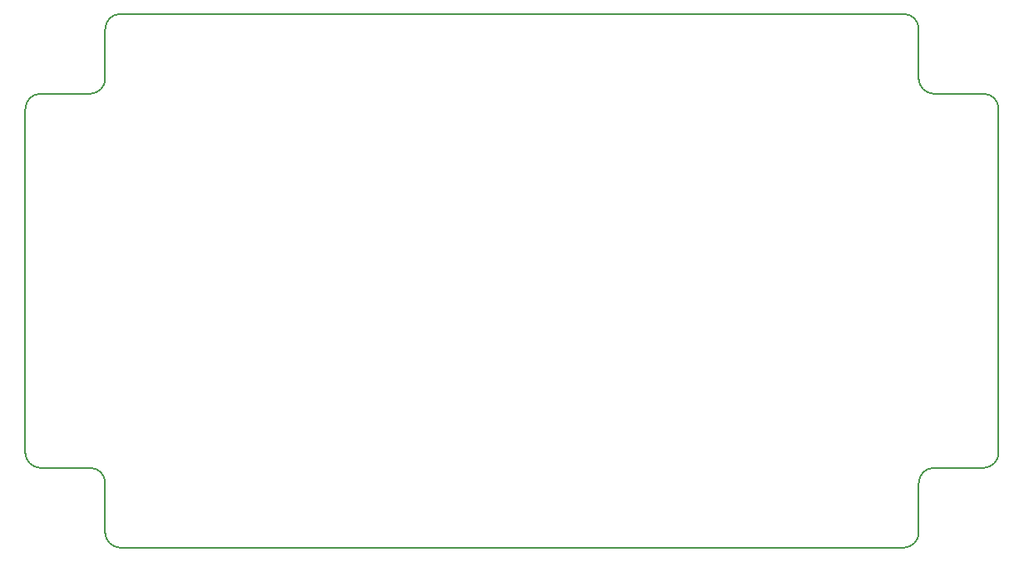
<source format=gm1>
G04 #@! TF.GenerationSoftware,KiCad,Pcbnew,5.0.2-bee76a0~70~ubuntu14.04.1*
G04 #@! TF.CreationDate,2019-02-12T21:08:15+10:00*
G04 #@! TF.ProjectId,RS232Sniffer,52533233-3253-46e6-9966-6665722e6b69,rev?*
G04 #@! TF.SameCoordinates,Original*
G04 #@! TF.FileFunction,Profile,NP*
%FSLAX46Y46*%
G04 Gerber Fmt 4.6, Leading zero omitted, Abs format (unit mm)*
G04 Created by KiCad (PCBNEW 5.0.2-bee76a0~70~ubuntu14.04.1) date Tue 12 Feb 2019 21:08:15 AEST*
%MOMM*%
%LPD*%
G01*
G04 APERTURE LIST*
%ADD10C,0.200000*%
G04 APERTURE END LIST*
D10*
X62992000Y-117856000D02*
X62992000Y-82804000D01*
X69596000Y-119380000D02*
X64516000Y-119380000D01*
X71120000Y-125984000D02*
X71120000Y-120904000D01*
X152400000Y-127508000D02*
X72644000Y-127508000D01*
X153924000Y-120904000D02*
X153924000Y-125984000D01*
X160528000Y-119380000D02*
X155448000Y-119380000D01*
X162052000Y-82804000D02*
X162052000Y-117856000D01*
X155448000Y-81280000D02*
X160528000Y-81280000D01*
X153924000Y-74676000D02*
X153924000Y-79756000D01*
X72644000Y-73152000D02*
X152400000Y-73152000D01*
X71120000Y-79756000D02*
X71120000Y-74676000D01*
X64516000Y-81280000D02*
X69596000Y-81280000D01*
X71120000Y-74676000D02*
G75*
G02X72644000Y-73152000I1524000J0D01*
G01*
X62992000Y-82804000D02*
G75*
G02X64516000Y-81280000I1524000J0D01*
G01*
X64516000Y-119380000D02*
G75*
G02X62992000Y-117856000I0J1524000D01*
G01*
X72644000Y-127508000D02*
G75*
G02X71120000Y-125984000I0J1524000D01*
G01*
X69596000Y-119380000D02*
G75*
G02X71120000Y-120904000I0J-1524000D01*
G01*
X162052000Y-117856000D02*
G75*
G02X160528000Y-119380000I-1524000J0D01*
G01*
X153924000Y-125984000D02*
G75*
G02X152400000Y-127508000I-1524000J0D01*
G01*
X153924000Y-120904000D02*
G75*
G02X155448000Y-119380000I1524000J0D01*
G01*
X155448000Y-81280000D02*
G75*
G02X153924000Y-79756000I0J1524000D01*
G01*
X160528000Y-81280000D02*
G75*
G02X162052000Y-82804000I0J-1524000D01*
G01*
X152400000Y-73152000D02*
G75*
G02X153924000Y-74676000I0J-1524000D01*
G01*
X71120000Y-79756000D02*
G75*
G02X69596000Y-81280000I-1524000J0D01*
G01*
M02*

</source>
